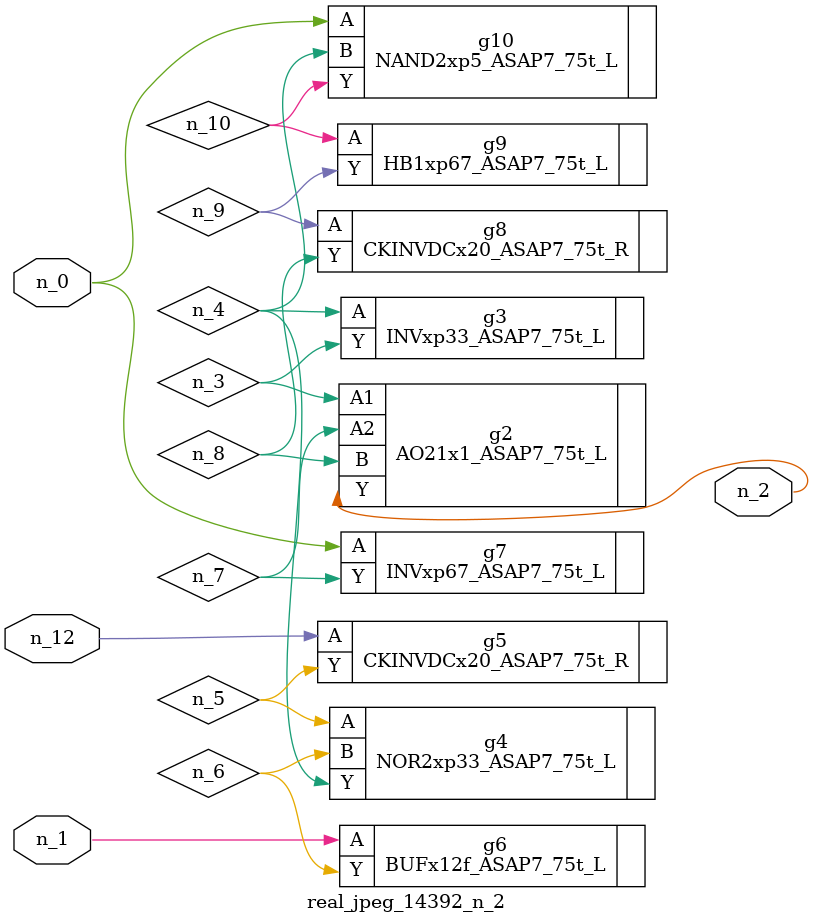
<source format=v>
module real_jpeg_14392_n_2 (n_12, n_1, n_0, n_2);

input n_12;
input n_1;
input n_0;

output n_2;

wire n_5;
wire n_4;
wire n_8;
wire n_6;
wire n_7;
wire n_3;
wire n_10;
wire n_9;

INVxp67_ASAP7_75t_L g7 ( 
.A(n_0),
.Y(n_7)
);

NAND2xp5_ASAP7_75t_L g10 ( 
.A(n_0),
.B(n_4),
.Y(n_10)
);

BUFx12f_ASAP7_75t_L g6 ( 
.A(n_1),
.Y(n_6)
);

AO21x1_ASAP7_75t_L g2 ( 
.A1(n_3),
.A2(n_7),
.B(n_8),
.Y(n_2)
);

INVxp33_ASAP7_75t_L g3 ( 
.A(n_4),
.Y(n_3)
);

NOR2xp33_ASAP7_75t_L g4 ( 
.A(n_5),
.B(n_6),
.Y(n_4)
);

CKINVDCx20_ASAP7_75t_R g8 ( 
.A(n_9),
.Y(n_8)
);

HB1xp67_ASAP7_75t_L g9 ( 
.A(n_10),
.Y(n_9)
);

CKINVDCx20_ASAP7_75t_R g5 ( 
.A(n_12),
.Y(n_5)
);


endmodule
</source>
